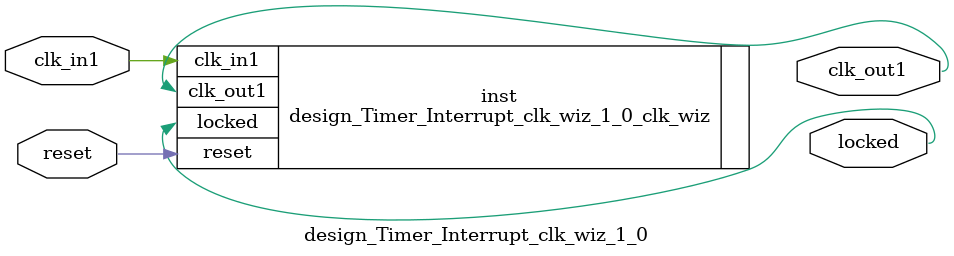
<source format=v>


`timescale 1ps/1ps

(* CORE_GENERATION_INFO = "design_Timer_Interrupt_clk_wiz_1_0,clk_wiz_v6_0_5_0_0,{component_name=design_Timer_Interrupt_clk_wiz_1_0,use_phase_alignment=true,use_min_o_jitter=false,use_max_i_jitter=false,use_dyn_phase_shift=false,use_inclk_switchover=false,use_dyn_reconfig=false,enable_axi=0,feedback_source=FDBK_AUTO,PRIMITIVE=MMCM,num_out_clk=1,clkin1_period=10.000,clkin2_period=10.000,use_power_down=false,use_reset=true,use_locked=true,use_inclk_stopped=false,feedback_type=SINGLE,CLOCK_MGR_TYPE=NA,manual_override=false}" *)

module design_Timer_Interrupt_clk_wiz_1_0 
 (
  // Clock out ports
  output        clk_out1,
  // Status and control signals
  input         reset,
  output        locked,
 // Clock in ports
  input         clk_in1
 );

  design_Timer_Interrupt_clk_wiz_1_0_clk_wiz inst
  (
  // Clock out ports  
  .clk_out1(clk_out1),
  // Status and control signals               
  .reset(reset), 
  .locked(locked),
 // Clock in ports
  .clk_in1(clk_in1)
  );

endmodule

</source>
